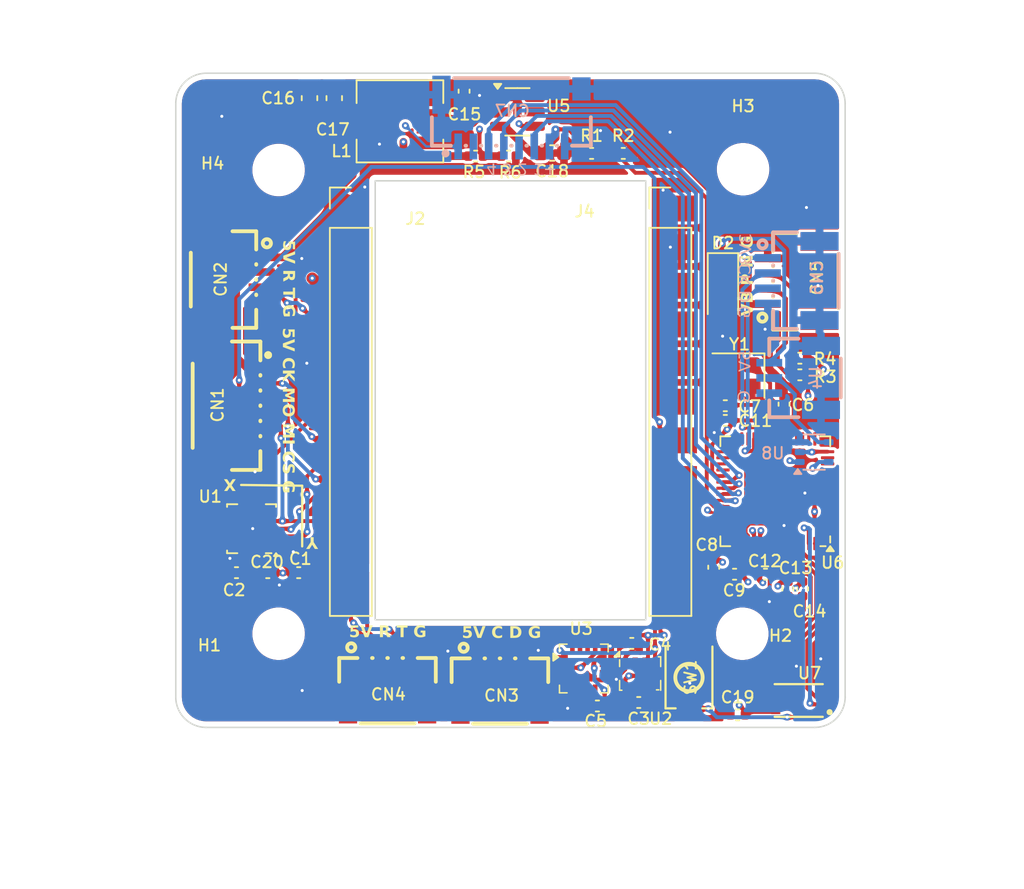
<source format=kicad_pcb>
(kicad_pcb (version 20241229) (generator "pcbnew") (generator_version "9.0")
  (layers (0 "F.Cu" signal) (4 "In1.Cu" signal) (6 "In2.Cu" signal) (2 "B.Cu" signal) (13 "F.Paste" user) (15 "B.Paste" user) (5 "F.SilkS" user "F.Silkscreen") (7 "B.SilkS" user "B.Silkscreen") (1 "F.Mask" user) (3 "B.Mask" user) (25 "Edge.Cuts" user))
  (net 0 "")
  (net 1 "+3V3")
  (net 2 "GND")
  (net 3 "Net-(U1-REGOUT)")
  (net 4 "Net-(U3-C1)")
  (net 5 "Net-(U3-SETP)")
  (net 6 "Net-(U3-SETC)")
  (net 7 "/rp2040/XIN")
  (net 8 "/rp2040/XOUT")
  (net 9 "/MOSI")
  (net 10 "+5V")
  (net 11 "/U4_TX")
  (net 12 "/U2_TX")
  (net 13 "/U4_RX")
  (net 14 "/U2_RX")
  (net 15 "/MISO")
  (net 16 "/SCLK")
  (net 17 "/CSN")
  (net 21 "/U3_RX")
  (net 22 "/U3_TX")
  (net 23 "/SCL")
  (net 24 "/SDA")
  (net 27 "/M2")
  (net 28 "VPP")
  (net 29 "/M3")
  (net 30 "/CURRENT")
  (net 31 "/M4")
  (net 32 "/M1")
  (net 33 "/VBAT_ADC")
  (net 34 "Net-(U6-USB_DP)")
  (net 35 "Net-(U6-USB_DM)")
  (net 47 "/LED")
  (net 48 "/rp2040/QSPI_SS")
  (net 49 "/rp2040/QSPI_SD2")
  (net 50 "/rp2040/QSPI_SD0")
  (net 51 "/rp2040/QSPI_SD1")
  (net 52 "/rp2040/QSPI_SCLK")
  (net 53 "/rp2040/QSPI_SD3")
  (net 54 "/rp2040/RUN")
  (net 55 "/rp2040/SWD")
  (net 65 "/rp2040/SWCLK")
  (net 69 "Net-(U5-SW)")
  (net 70 "Net-(U5-BOOT)")
  (net 71 "/rp2040/USB_DP")
  (net 72 "/rp2040/USB_DN")
  (net 73 "Net-(U5-FB)")
  (net 75 "Net-(D2-A)")
  (net 83 "/rp2040/LED_3V3")
  (net 87 "/CSN2")
  (net 90 "+1V1")
  (footprint "EasyEDA:CONN-SMD_6P-P1.00_XUNPU_WAFER-SH1.0-6PWB" (layer "F.Cu") (at 116.532 61.5188 -90)
    (property "Reference" "CN1")
    (property "Value" "WAFER-SH1.0-6PWB")
  )
  (footprint "EasyEDA:CONN-SMD_4P-P1.00_WAFER-SH1.0-4PWB" (layer "F.Cu") (at 153.2297 53.335 90)
    (property "Reference" "CN5")
    (property "Value" "WAFER-SH1.0-4PWB")
  )
  (footprint "Capacitor_SMD:C_0402_1005Metric" (layer "F.Cu") (at 131.572 40.8432 90)
    (property "Reference" "C15")
    (property "Value" "0.1u")
  )
  (footprint "EasyEDA:CONN-SMD_4P-P1.00_WAFER-SH1.0-4PWB" (layer "F.Cu") (at 126.5428 79.4512)
    (property "Reference" "CN4")
    (property "Value" "WAFER-SH1.0-4PWB")
  )
  (footprint "Capacitor_SMD:C_0402_1005Metric" (layer "F.Cu") (at 148.7424 61.5188 180)
    (property "Reference" "C7")
    (property "Value" "27p")
  )
  (footprint "EasyEDA:CONN-SMD_4P-P1.00_WAFER-SH1.0-4PWB" (layer "F.Cu") (at 133.9328 79.4748)
    (property "Reference" "CN3")
    (property "Value" "WAFER-SH1.0-4PWB")
  )
  (footprint "Crystal:Crystal_SMD_2520-4Pin_2.5x2.0mm" (layer "F.Cu") (at 149.606 59.5376 180)
    (property "Reference" "Y1")
    (property "Value" "12MHz")
  )
  (footprint "Capacitor_SMD:C_0402_1005Metric" (layer "F.Cu") (at 143.0528 81.026)
    (property "Reference" "C3")
    (property "Value" "0.1u")
  )
  (footprint "EasyEDA:CONN-SMD_4P-P1.00_WAFER-SH1.0-4PWB" (layer "F.Cu") (at 116.5588 53.2292 -90)
    (property "Reference" "CN2")
    (property "Value" "WAFER-SH1.0-4PWB")
  )
  (footprint "MountingHole:MountingHole_3.2mm_M3" (layer "F.Cu") (at 149.9108 45.974)
    (property "Reference" "H3")
    (property "Value" "MountingHole")
  )
  (footprint "Capacitor_SMD:C_0603_1608Metric" (layer "F.Cu") (at 123.0376 41.3004 90)
    (property "Reference" "C17")
    (property "Value" "22uF")
  )
  (footprint "Package_LGA:Bosch_LGA-8_2x2.5mm_P0.65mm_ClockwisePinNumbering" (layer "F.Cu") (at 143.1446 79.121)
    (property "Reference" "U2")
    (property "Value" "SPL06-001")
  )
  (footprint "Package_TO_SOT_SMD:SOT-23-6" (layer "F.Cu") (at 135.0772 42.2007)
    (property "Reference" "U5")
    (property "Value" "TPS54302")
  )
  (footprint "Capacitor_SMD:C_0402_1005Metric" (layer "F.Cu") (at 153.8224 73.5584 -90)
    (property "Reference" "C14")
    (property "Value" "100n")
  )
  (footprint "Capacitor_SMD:C_0402_1005Metric" (layer "F.Cu") (at 153.642 58.3946 180)
    (property "Reference" "R4")
    (property "Value" "27")
  )
  (footprint "Capacitor_SMD:C_0402_1005Metric" (layer "F.Cu") (at 151.384 72.5932)
    (property "Reference" "C12")
    (property "Value" "100n")
  )
  (footprint "Capacitor_SMD:C_0402_1005Metric" (layer "F.Cu") (at 140.335 81.2546)
    (property "Reference" "C5")
    (property "Value" "0.22uF")
  )
  (footprint "Diode_SMD:D_SOD-123" (layer "F.Cu") (at 148.59 53.848 -90)
    (property "Reference" "D2")
    (property "Value" "BAV16W")
  )
  (footprint "Capacitor_SMD:C_0402_1005Metric" (layer "F.Cu") (at 134.4956 45.1104)
    (property "Reference" "R6")
    (property "Value" "13.3K")
  )
  (footprint "Connector_PinHeader_2.54mm:PinHeader_1x11_P2.54mm_Vertical" (layer "F.Cu") (at 124.13 48.5548)
    (property "Reference" "J2")
    (property "Value" "Conn_01x11")
  )
  (footprint "Capacitor_SMD:C_0402_1005Metric" (layer "F.Cu") (at 148.7424 62.484 180)
    (property "Reference" "C11")
    (property "Value" "100n")
  )
  (footprint "Capacitor_SMD:C_0402_1005Metric" (layer "F.Cu") (at 153.642 59.4868 180)
    (property "Reference" "R3")
    (property "Value" "27")
  )
  (footprint "MountingHole:MountingHole_3.2mm_M3" (layer "F.Cu") (at 119.38 46.0248)
    (property "Reference" "H4")
    (property "Value" "MountingHole")
  )
  (footprint "EasyEDA:USON-8_L3.0-W2.0-P0.50-BL-EP" (layer "F.Cu") (at 153.5684 80.899 90)
    (property "Reference" "U7")
    (property "Value" "W25Q16JVUXIQ")
  )
  (footprint "Capacitor_SMD:C_0402_1005Metric" (layer "F.Cu") (at 139.954 44.9326)
    (property "Reference" "R1")
    (property "Value" "100K")
  )
  (footprint "MountingHole:MountingHole_3.2mm_M3" (layer "F.Cu") (at 149.86 76.5048)
    (property "Reference" "H2")
    (property "Value" "MountingHole")
  )
  (footprint "Package_DFN_QFN:QFN-56-1EP_7x7mm_P0.4mm_EP3.2x3.2mm" (layer "F.Cu") (at 152.0284 67.1407 180)
    (property "Reference" "U6")
    (property "Value" "RP2040")
  )
  (footprint "EasyEDA:SW-SMD_L3.9-W3.0-P4.45" (layer "F.Cu") (at 146.3548 79.3794 90)
    (property "Reference" "SW1")
    (property "Value" "TS-1088-AR02016")
  )
  (footprint "Package_LGA:LGA-16_3x3mm_P0.5mm_LayoutBorder3x5y" (layer "F.Cu") (at 117.602 69.6018 180)
    (property "Reference" "U1")
    (property "Value" "ICM-20602")
  )
  (footprint "Connector_PinHeader_2.54mm:PinHeader_1x11_P2.54mm_Vertical" (layer "F.Cu") (at 145.13 48.5548)
    (property "Reference" "J4")
    (property "Value" "Conn_01x11")
  )
  (footprint "Capacitor_SMD:C_0402_1005Metric" (layer "F.Cu") (at 132.334 45.1104)
    (property "Reference" "R5")
    (property "Value" "100K")
  )
  (footprint "Capacitor_SMD:C_0402_1005Metric" (layer "F.Cu") (at 149.5552 81.8388)
    (property "Reference" "C19")
    (property "Value" "0.1u")
  )
  (footprint "Capacitor_SMD:C_0402_1005Metric" (layer "F.Cu") (at 152.8572 73.5584 -90)
    (property "Reference" "C13")
    (property "Value" "100n")
  )
  (footprint "Capacitor_SMD:C_0402_1005Metric" (layer "F.Cu") (at 142.0368 44.9326)
    (property "Reference" "R2")
    (property "Value" "10K")
  )
  (footprint "Capacitor_SMD:C_0402_1005Metric" (layer "F.Cu") (at 147.9804 72.136 -90)
    (property "Reference" "C8")
    (property "Value" "100n")
  )
  (footprint "MountingHole:MountingHole_3.2mm_M3" (layer "F.Cu") (at 119.38 76.5048)
    (property "Reference" "H1")
    (property "Value" "MountingHole")
  )
  (footprint "Capacitor_SMD:C_0402_1005Metric" (layer "F.Cu") (at 152.6032 61.4172 -90)
    (property "Reference" "C6")
    (property "Value" "27p")
  )
  (footprint "Capacitor_SMD:C_0402_1005Metric" (layer "F.Cu") (at 142.5956 77.1398)
    (property "Reference" "C4")
    (property "Value" "4.7u")
  )
  (footprint "Capacitor_SMD:C_0402_1005Metric" (layer "F.Cu") (at 120.7008 72.4916 180)
    (property "Reference" "C1")
    (property "Value" "0.1u")
  )
  (footprint "Package_LGA:LGA-16_3x3mm_P0.5mm" (layer "F.Cu") (at 139.4416 78.7908)
    (property "Reference" "U3")
    (property "Value" "HMC5883L-TR")
  )
  (footprint "Capacitor_SMD:C_0402_1005Metric" (layer "F.Cu") (at 118.6688 72.4916)
    (property "Reference" "C20")
    (property "Value" "0.1u")
  )
  (footprint "Capacitor_SMD:C_0603_1608Metric" (layer "F.Cu") (at 121.412 41.3004 90)
    (property "Reference" "C16")
    (property "Value" "22uF")
  )
  (footprint "Capacitor_SMD:C_0402_1005Metric" (layer "F.Cu") (at 149.352 72.5932 180)
    (property "Reference" "C9")
    (property "Value" "100n")
  )
  (footprint "Capacitor_SMD:C_0402_1005Metric" (layer "F.Cu") (at 116.6114 72.4916 180)
    (property "Reference" "C2")
    (property "Value" "0.1u")
  )
  (footprint "Capacitor_SMD:C_0603_1608Metric" (layer "F.Cu") (at 137.3632 44.9072)
    (property "Reference" "C18")
    (property "Value" "22uF")
  )
  (footprint "Inductor_SMD:L_Wuerth_HCI-5040" (layer "F.Cu") (at 127.3556 42.8244 180)
    (property "Reference" "L1")
    (property "Value" "L")
  )
  (footprint "EasyEDA:CONN-SMD_3P-P1.00_BX-SH1.0-3PWT" (layer "B.Cu") (at 153.3317 59.69 -90)
    (property "Reference" "U4")
    (property "Value" "BX-SH1.0-3PWT")
  )
  (footprint "Package_TO_SOT_SMD:SOT-353_SC-70-5" (layer "B.Cu") (at 154.5844 64.5668)
    (property "Reference" "U8")
    (property "Value" "SN74AUP1T34DCK")
  )
  (footprint "EasyEDA:CONN-SMD_4P-P1.00_WAFER-SH1.0-4PWB" (layer "B.Cu") (at 153.24 53.2984 -90)
    (property "Reference" "CN6")
    (property "Value" "WAFER-SH1.0-4PWB")
  )
  (footprint "EasyEDA:CONN-SMD_8P-P1.00_XUNPU_WAFER-SH1.0-8PWB" (layer "B.Cu") (at 134.6854 42.7754)
    (property "Reference" "CN7")
    (property "Value" "WAFER-SH1.0-8PWB")
  )
  (gr_line (start 120.9294 66.7766) (end 120.9294 70.7644) (stroke (width 0.15)) (layer "F.SilkS"))
  (gr_line (start 120.9294 66.7766) (end 116.9162 66.7258) (stroke (width 0.15)) (layer "F.SilkS"))
  (gr_arc (start 156.62 80.6632) (mid 156.034214 82.077414) (end 154.62 82.6632) (stroke (width 0.1)) (layer "Edge.Cuts"))
  (gr_line (start 112.62 80.6632) (end 112.62 41.6632) (stroke (width 0.1)) (layer "Edge.Cuts"))
  (gr_arc (start 112.62 41.6632) (mid 113.205786 40.248986) (end 114.62 39.6632) (stroke (width 0.1)) (layer "Edge.Cuts"))
  (gr_line (start 114.62 39.6632) (end 154.62 39.6632) (stroke (width 0.1)) (layer "Edge.Cuts"))
  (gr_line (start 156.62 41.6632) (end 156.62 80.6632) (stroke (width 0.1)) (layer "Edge.Cuts"))
  (gr_arc (start 114.62 82.6632) (mid 113.205786 82.077414) (end 112.62 80.6632) (stroke (width 0.1)) (layer "Edge.Cuts"))
  (gr_arc (start 154.62 39.6632) (mid 156.034214 40.248986) (end 156.62 41.6632) (stroke (width 0.1)) (layer "Edge.Cuts"))
  (gr_line (start 154.62 82.6632) (end 114.62 82.6632) (stroke (width 0.1)) (layer "Edge.Cuts"))
  (gr_rect (start 125.73 46.736) (end 143.51 75.5904) (stroke (width 0.1)) (fill no) (layer "Edge.Cuts"))
  (gr_text "5V R T G" (at 119.5578 50.6222 270) (layer "F.SilkS") (effects (font (size 0.762 0.762) (thickness 0.127) (bold yes)) (justify left bottom)))
  (gr_text "5V C D G" (at 131.4196 76.9112 0) (layer "F.SilkS") (effects (font (size 0.762 0.762) (thickness 0.127) (bold yes)) (justify left bottom)))
  (gr_text "5V CK MO MI CS G" (at 119.5324 56.388 270) (layer "F.SilkS") (effects (font (size 0.762 0.762) (thickness 0.127) (bold yes)) (justify left bottom)))
  (gr_text "Y" (at 121.9708 70.0278 180) (layer "F.SilkS") (effects (font (size 0.762 0.762) (thickness 0.127) (bold yes)) (justify left bottom)))
  (gr_text "X" (at 116.586 66.2178 180) (layer "F.SilkS") (effects (font (size 0.762 0.762) (thickness 0.127) (bold yes)) (justify left bottom)))
  (gr_text "VB P N G" (at 150.6728 55.626 90) (layer "F.SilkS") (effects (font (size 0.762 0.762) (thickness 0.127) (bold yes)) (justify left bottom)))
  (gr_text "5V R T G" (at 124.0028 76.8604 0) (layer "F.SilkS") (effects (font (size 0.762 0.762) (thickness 0.127) (bold yes)) (justify left bottom)))
  (gr_text "G" (at 150.495 54.9402 90) (layer "B.SilkS") (effects (font (size 0.762 0.762)) (justify left bottom mirror)))
  (gr_text "+" (at 136.779 45.5168 180) (layer "B.SilkS") (effects (font (size 0.762 0.762)) (justify left bottom mirror)))
  (gr_text "-" (at 137.9982 45.5676 180) (layer "B.SilkS") (effects (font (size 0.762 0.762)) (justify left bottom mirror)))
  (gr_text "4 3 2 1" (at 133.0452 45.466 180) (layer "B.SilkS") (effects (font (size 0.762 0.762)) (justify left bottom mirror)))
  (gr_text "CK D" (at 150.5204 52.1462 90) (layer "B.SilkS") (effects (font (size 0.762 0.762)) (justify left bottom mirror)))
  (gr_text "G" (at 150.4696 60.5028 90) (layer "B.SilkS") (effects (font (size 0.762 0.762)) (justify left bottom mirror)))
  (gr_text "3V3" (at 150.5712 50.1904 90) (layer "B.SilkS") (effects (font (size 0.762 0.762)) (justify left bottom mirror)))
  (gr_text "5V" (at 150.5204 57.8866 90) (layer "B.SilkS") (effects (font (size 0.762 0.762)) (justify left bottom mirror)))
  (segment (start 150.0352 81.5822) (end 149.6568 81.2038) (width 0.254) (layer "F.Cu") (net 1))
  (segment (start 149.2224 62.484) (end 149.2224 62.7152) (width 0.254) (layer "F.Cu") (net 1))
  (segment (start 120.2208 72.4916) (end 119.6848 72.4916) (width 0.254) (layer "F.Cu") (net 1))
  (segment (start 149.832 72.5932) (end 149.832 72.6922) (width 0.254) (layer "F.Cu") (net 1))
  (segment (start 119.634 72.4916) (end 119.6594 72.517) (width 0.254) (layer "F.Cu") (net 1))
  (segment (start 138.7094 79.375) (end 138.7094 78.74) (width 0.254) (layer "F.Cu") (net 1))
  (segment (start 142.367 79.2734) (end 142.1696 79.4708) (width 0.254) (layer "F.Cu") (net 1))
  (segment (start 150.0352 81.8388) (end 150.0352 81.5822) (width 0.254) (layer "F.Cu") (net 1))
  (segment (start 124.13 53.6348) (end 122.0878 53.6348) (width 0.762) (layer "F.Cu") (net 1))
  (segment (start 155.0284 69.7407) (end 155.4659 69.7407) (width 0.254) (layer "F.Cu") (net 1))
  (segment (start 151.4284 71.2914) (end 152.8572 72.7202) (width 0.254) (layer "F.Cu") (net 1))
  (segment (start 150.904 72.5932) (end 150.904 72.8498) (width 0.254) (layer "F.Cu") (net 1))
  (segment (start 138.5102 78.5408) (end 138.1666 78.5408) (width 0.254) (layer "F.Cu") (net 1))
  (segment (start 139.2428 78.74) (end 138.7094 78.74) (width 0.254) (layer "F.Cu") (net 1))
  (segment (start 152.8572 73.0784) (end 152.499 73.0784) (width 0.254) (layer "F.Cu") (net 1))
  (segment (start 148.4148 71.656) (end 148.5646 71.8058) (width 0.254) (layer "F.Cu") (net 1))
  (segment (start 143.1798 79.2734) (end 143.4696 79.5632) (width 0.254) (layer "F.Cu") (net 1))
  (segment (start 149.2224 62.7152) (end 148.8694 63.0682) (width 0.254) (layer "F.Cu") (net 1))
  (segment (start 149.8284 70.5782) (end 149.8284 71.5176) (width 0.254) (layer "F.Cu") (net 1))
  (segment (start 151.8284 71.2596) (end 153.6472 73.0784) (width 0.254) (layer "F.Cu") (net 1))
  (segment (start 142.1696 79.4708) (end 142.1696 79.921) (width 0.254) (layer "F.Cu") (net 1))
  (segment (start 122.0878 53.6348) (end 121.5898 53.1368) (width 0.762) (layer "F.Cu") (net 1))
  (segment (start 138.5436 79.5408) (end 138.7094 79.375) (width 0.254) (layer "F.Cu") (net 1))
  (segment (start 148.5909 66.1407) (end 148.1534 66.1407) (width 0.254) (layer "F.Cu") (net 1))
  (segment (start 150.225 81.649) (end 150.0352 81.8388) (width 0.254) (layer "F.Cu") (net 1))
  (segment (start 149.832 72.6922) (end 150.241 73.1012) (width 0.254) (layer "F.Cu") (net 1))
  (segment (start 142.3924 79.2734) (end 142.367 79.2734) (width 0.254) (layer "F.Cu") (net 1))
  (segment (start 153.8224 73.0784) (end 153.7944 73.0784) (width 0.254) (layer "F.Cu") (net 1))
  (segment (start 151.8284 62.9792) (end 151.3332 62.484) (width 0.254) (layer "F.Cu") (net 1))
  (segment (start 151.3332 62.484) (end 149.2224 62.484) (width 0.254) (layer "F.Cu") (net 1))
  (segment (start 147.9804 71.656) (end 148.4148 71.656) (width 0.254) (layer "F.Cu") (net 1))
  (segment (start 118.827 70.6018) (end 118.827 71.0978) (width 0.254) (layer "F.Cu") (net 1))
  (segment (start 151.4284 70.5782) (end 151.4284 71.2914) (width 0.254) (layer "F.Cu") (net 1))
  (segment (start 152.0584 81.649) (end 150.225 81.649) (width 0.254) (layer "F.Cu") (net 1))
  (segment (start 142.3924 79.2734) (end 143.1798 79.2734) (width 0.254) (layer "F.Cu") (net 1))
  (segment (start 151.8284 63.7032) (end 151.8284 62.9792) (width 0.254) (layer "F.Cu") (net 1))
  (segment (start 149.4284 72.1896) (end 149.832 72.5932) (width 0.254) (layer "F.Cu") (net 1))
  (segment (start 138.7094 78.74) (end 138.5102 78.5408) (width 0.254) (layer "F.Cu") (net 1))
  (segment (start 155.4659 66.1407) (end 155.0284 66.1407) (width 0.254) (layer "F.Cu") (net 1))
  (segment (start 142.1696 80.6228) (end 142.5728 81.026) (width 0.254) (layer "F.Cu") (net 1))
  (segment (start 119.6848 72.4916) (end 119.6594 72.517) (width 0.254) (layer "F.Cu") (net 1))
  (segment (start 154.6098 66.5593) (end 154.6098 68.4784) (width 0.254) (layer "F.Cu") (net 1))
  (segment (start 142.1696 79.921) (end 142.1696 80.6228) (width 0.254) (layer "F.Cu") (net 1))
  (segment (start 118.827 71.0978) (end 120.2208 72.4916) (width 0.254) (layer "F.Cu") (net 1))
  (segment (start 152.8572 72.7202) (end 152.8572 73.0784) (width 0.254) (layer "F.Cu") (net 1))
  (segment (start 118.102 70.8268) (end 118.102 71.4448) (width 0.254) (layer "F.Cu") (net 1))
  (segment (start 150.904 72.8498) (end 151.2062 73.152) (width 0.254) (layer "F.Cu") (net 1))
  (segment (start 155.0284 66.1407) (end 154.6098 66.5593) (width 0.254) (layer "F.Cu") (net 1))
  (segment (start 154.6098 68.4784) (end 154.6098 69.3221) (width 0.254) (layer "F.Cu") (net 1))
  (segment (start 140.1916 77.7912) (end 139.2428 78.74) (width 0.254) (layer "F.Cu") (net 1))
  (segment (start 140.1916 77.5158) (end 140.1916 77.7912) (width 0.254) (layer "F.Cu") (net 1))
  (segment (start 147.8788 64.0588) (end 148.8694 63.0682) (width 0.254) (layer "F.Cu") (net 1))
  (segment (start 153.7944 73.0784) (end 153.3652 73.5076) (width 0.254) (layer "F.Cu") (net 1))
  (segment (start 149.8284 71.5176) (end 150.904 72.5932) (width 0.254) (layer "F.Cu") (net 1))
  (segment (start 147.9804 71.656) (end 148.5909 71.0455) (width 0.254) (layer "F.Cu") (net 1))
  (segment (start 148.5909 71.0455) (end 148.5909 69.7407) (width 0.254) (layer "F.Cu") (net 1))
  (segment (start 143.4696 79.5632) (end 143.4696 79.921) (width 0.254) (layer "F.Cu") (net 1))
  (segment (start 119.1488 72.4916) (end 119.634 72.4916) (width 0.254) (layer "F.Cu") (net 1))
  (segment (start 148.1534 66.1407) (end 147.8788 65.8661) (width 0.254) (layer "F.Cu") (net 1))
  (segment (start 154.6098 69.3221) (end 155.0284 69.7407) (width 0.254) (layer "F.Cu") (net 1))
  (segment (start 153.6472 73.0784) (end 153.8224 73.0784) (width 0.254) (layer "F.Cu") (net 1))
  (segment (start 118.102 71.4448) (end 119.1488 72.4916) (width 0.254) (layer "F.Cu") (net 1))
  (segment (start 147.8788 65.8661) (end 147.8788 64.0588) (width 0.254) (layer "F.Cu") (net 1))
  (segment (start 151.8284 70.5782) (end 151.8284 71.2596) (width 0.254) (layer "F.Cu") (net 1))
  (segment (start 152.499 73.0784) (end 152.1968 73.3806) (width 0.254) (layer "F.Cu") (net 1))
  (segment (start 138.1666 79.5408) (end 138.5436 79.5408) (width 0.254) (layer "F.Cu") (net 1))
  (segment (start 149.4284 70.5782) (end 149.4284 72.1896) (width 0.254) (layer "F.Cu") (net 1))
  (via (at 139.2428 78.74) (size 0.45) (drill 0.2) (layers "F.Cu" "B.Cu") (net 1))
  (via (at 148.8694 63.0682) (size 0.45) (drill 0.2) (layers "F.Cu" "B.Cu") (net 1))
  (via (at 150.241 73.1012) (size 0.45) (drill 0.2) (layers "F.Cu" "B.Cu") (net 1))
  (via (at 151.2062 73.152) (size 0.45) (drill 0.2) (layers "F.Cu" "B.Cu") (net 1))
  (via (at 148.5646 71.8058) (size 0.45) (drill 0.2) (layers "F.Cu" "B.Cu") (net 1))
  (via (at 142.3924 79.2734) (size 0.45) (drill 0.2) (layers "F.Cu" "B.Cu") (net 1))
  (via (at 154.6098 68.4784) (size 0.45) (drill 0.2) (layers "F.Cu" "B.Cu") (net 1))
  (via (at 119.6594 72.517) (size 0.45) (drill 0.2) (layers "F.Cu" "B.Cu") (net 1))
  (via (at 121.5898 53.1368) (size 0.45) (drill 0.2) (layers "F.Cu" "B.Cu") (net 1))
  (via (at 153.3652 73.5076) (size 0.45) (drill 0.2) (layers "F.Cu" "B.Cu") (net 1))
  (via (at 150.001742 51.699658) (size 0.45) (drill 0.2) (layers "F.Cu" "B.Cu") (net 1))
  (via (at 152.1968 73.3806) (size 0.45) (drill 0.2) (layers "F.Cu" "B.Cu") (net 1))
  (via (at 149.6568 81.2038) (size 0.45) (drill 0.2) (layers "F.Cu" "B.Cu") (net 1))
  (via (at 152.9842 65.1256) (size 0.45) (drill 0.2) (layers "F.Cu" "B.Cu") (net 1))
  (segment (start 153.6344 65.2168) (end 153.0754 65.2168) (width 0.254) (layer "B.Cu") (net 1))
  (segment (start 151.54 51.7984) (end 150.100484 51.7984) (width 0.254) (layer "B.Cu") (net 1))
  (segment (start 153.0754 65.2168) (end 152.9842 65.1256) (width 0.254) (layer "B.Cu") (net 1))
  (segment (start 150.100484 51.7984) (end 150.001742 51.699658) (width 0.254) (layer "B.Cu") (net 1))
  (segment (start 150.131 60.2376) (end 148.731 58.8376) (width 0.254) (layer "F.Cu") (net 2))
  (segment (start 143.0667 80.3989) (end 145.7627 80.3989) (width 0.254) (layer "F.Cu") (net 2))
  (segment (start 143.0756 77.1398) (end 142.1696 78.0458) (width 0.254) (layer "F.Cu") (net 2))
  (segment (start 151.9174 72.644) (end 151.6591 72.9023) (width 0.254) (layer "F.Cu") (net 2))
  (segment (start 142.1696 78.321) (end 142.1696 78.855702) (width 0.254) (layer "F.Cu") (net 2))
  (segment (start 133.9397 41.2507) (end 132.7161 41.2507) (width 0.254) (layer "F.Cu") (net 2))
  (segment (start 151.864 72.5932) (end 151.8666 72.5932) (width 0.254) (layer "F.Cu") (net 2))
  (segment (start 141.1732 78.415) (end 141.1732 77.3176) (width 0.254) (layer "F.Cu") (net 2))
  (segment (start 150.481 60.2376) (end 150.131 60.2376) (width 0.254) (layer "F.Cu") (net 2))
  (segment (start 148.2624 63.036116) (end 148.016458 63.282058) (width 0.254) (layer "F.Cu") (net 2))
  (segment (start 119.0016 73.3044) (end 119.4308 73.3044) (width 0.254) (layer "F.Cu") (net 2))
  (segment (start 141.5796 79.445702) (end 141.5796 79.502) (width 0.254) (layer "F.Cu") (net 2))
  (segment (start 151.6591 74.3755) (end 151.638 74.3966) (width 0.254) (layer "F.Cu") (net 2))
  (segment (start 142.1696 78.0458) (end 142.1696 78.321) (width 0.254) (layer "F.Cu") (net 2))
  (segment (start 148.2624 62.484) (end 148.2624 63.036116) (width 0.254) (layer "F.Cu") (net 2))
  (segment (start 145.7627 80.3989) (end 146.4056 79.756) (width 0.254) (layer "F.Cu") (net 2))
  (segment (start 141.0474 78.5408) (end 141.1732 78.415) (width 0.254) (layer "F.Cu") (net 2))
  (segment (start 151.6591 72.9023) (end 151.6591 74.3755) (width 0.254) (layer "F.Cu") (net 2))
  (segment (start 142.1696 78.855702) (end 141.5796 79.445702) (width 0.254) (layer "F.Cu") (net 2))
  (segment (start 132.7161 41.2507) (end 132.588 41.1226) (width 0.254) (layer "F.Cu") (net 2))
  (segment (start 142.8196 80.1518) (end 143.0667 80.3989) (width 0.254) (layer "F.Cu") (net 2))
  (segment (start 140.7166 78.5408) (end 141.0474 78.5408) (width 0.254) (layer "F.Cu") (net 2))
  (segment (start 118.1888 72.4916) (end 119.0016 73.3044) (width 0.254) (layer "F.Cu") (net 2))
  (segment (start 151.8666 72.5932) (end 151.9174 72.644) (width 0.254) (layer "F.Cu") (net 2))
  (segment (start 142.8196 79.921) (end 142.8196 80.1518) (width 0.254) (layer "F.Cu") (net 2))
  (via (at 153.416 78.6384) (size 0.45) (drill 0.2) (layers "F.Cu" "B.Cu") (net 2))
  (via (at 145.1102 43.5356) (size 0.45) (drill 0.2) (layers "F.Cu" "B.Cu") (net 2))
  (via (at 153.9748 67.2592) (size 0.45) (drill 0.2) (layers "F.Cu" "B.Cu") (net 2))
  (via (at 125.0442 47.1424) (size 0.45) (drill 0.2) (layers "F.Cu" "B.Cu") (net 2))
  (via (at 144.653 47.3456) (size 0.45) (drill 0.2) (layers "F.Cu" "B.Cu") (net 2))
  (via (at 155.0162 78.1558) (size 0.45) (drill 0.2) (layers "F.Cu" "B.Cu") (net 2))
  (via (at 152.6032 69.3928) (size 0.45) (drill 0.2) (layers "F.Cu" "B.Cu") (net 2))
  (via (at 141.5796 79.502) (size 0.45) (drill 0.2) (layers "F.Cu" "B.Cu") (net 2))
  (via (at 154.8384 53.6194) (size 0.45) (drill 0.2) (layers "F.Cu" "B.Cu") (net 2))
  (via (at 120.904 51.8414) (size 0.45) (drill 0.2) (layers "F.Cu" "B.Cu") (net 2))
  (via (at 130.5052 77.6478) (size 0.45) (drill 0.2) (layers "F.Cu" "B.Cu") (net 2))
  (via (at 120.9294 80.2386) (size 0.45) (drill 0.2) (layers "F.Cu" "B.Cu") (net 2))
  (via (at 145.13 51.0948) (size 0.45) (drill 0.2) (layers "F.Cu" "B.Cu") (net 2))
  (via (at 151.638 74.3966) (size 0.45) (drill 0.2) (layers "F.Cu" "B.Cu") (net 2))
  (via (at 140.5382 43.434) (size 0.45) (drill 0.2) (layers "F.Cu" "B.Cu") (net 2))
  (via (at 121.2342 58.7248) (size 0.45) (drill 0.2) (layers "F.Cu" "B.Cu") (net 2))
  (via (at 116.1796 71.5518) (size 0.45) (drill 0.2) (layers "F.Cu" "B.Cu") (net 2))
  (via (at 117.6782 69.596) (size 0.45) (drill 0.2) (layers "F.Cu" "B.Cu") (net 2))
  (via (at 115.6462 42.4942) (size 0.45) (drill 0.2) (layers "F.Cu" "B.Cu") (net 2))
  (via (at 132.588 41.1226) (size 0.45) (drill 0.2) (layers "F.Cu" "B.Cu") (net 2))
  (via (at 138.3792 81.407) (size 0.45) (drill 0.2) (layers "F.Cu" "B.Cu") (net 2))
  (via (at 119.4308 73.3044) (size 0.45) (drill 0.2) (layers "F.Cu" "B.Cu") (net 2))
  (via (at 146.4056 79.756) (size 0.45) (drill 0.2) (layers "F.Cu" "B.Cu") (net 2))
  (via (at 126.0094 44.323) (size 0.45) (drill 0.2) (layers "F.Cu" "B.Cu") (net 2))
  (via (at 120.3452 71.12) (size 0.45) (drill 0.2) (layers "F.Cu" "B.Cu") (net 2))
  (via (at 117.8306 65.8622) (size 0.45) (drill 0.2) (layers "F.Cu" "B.Cu") (net 2))
  (via (at 148.016458 63.282058) (size 0.45) (drill 0.2) (layers "F.Cu" "B.Cu") (net 2))
  (via (at 136.4488 77.597) (size 0.45) (drill 0.2) (layers "F.Cu" "B.Cu") (net 2))
  (via (at 154.0764 48.4886) (size 0.45) (drill 0.2) (layers "F.Cu" "B.Cu") (net 2))
  (via (at 148.5646 56.9468) (size 0.45) (drill 0.2) (layers "F.Cu" "B.Cu") (net 2))
  (via (at 151.3586 56.4896) (size 0.45) (drill 0.2) (layers "F.Cu" "B.Cu") (net 2))
  (via (at 141.1732 77.3176) (size 0.45) (drill 0.2) (layers "F.Cu" "B.Cu") (net 2))
  (segment (start 139.4968 44.4754) (end 140.5382 43.434) (width 0.254) (layer "B.Cu") (net 2))
  (segment (start 138.1854 44.4754) (end 139.4968 44.4754) (width 0.254) (layer "B.Cu") (net 2))
  (segment (start 117.102 70.8268) (end 117.102 72.481) (width 0.254) (layer "F.Cu") (net 3))
  (segment (start 117.102 72.481) (end 117.0914 72.4916) (width 0.254) (layer "F.Cu") (net 3))
  (segment (start 141.7574 78.4606) (end 141.7574 77.498) (width 0.254) (layer "F.Cu") (net 4))
  (segment (start 140.7166 79.0408) (end 141.1772 79.0408) (width 0.254) (layer "F.Cu") (net 4))
  (segment (start 141.1772 79.0408) (end 141.7574 78.4606) (width 0.254) (layer "F.Cu") (net 4))
  (segment (start 141.7574 77.498) (end 142.1156 77.1398) (width 0.254) (layer "F.Cu") (net 4))
  (segment (start 140.1916 80.0658) (end 140.1916 80.918) (width 0.254) (layer "F.Cu") (net 5))
  (segment (start 140.1916 80.918) (end 139.855 81.2546) (width 0.254) (layer "F.Cu") (net 5))
  (segment (start 140.1318 78.359) (end 140.45 78.0408) (width 0.254) (layer "F.Cu") (net 6))
  (segment (start 140.815 80.236) (end 140.7922 80.2132) (width 0.254) (layer "F.Cu") (net 6))
  (segment (start 140.45 78.0408) (end 140.7166 78.0408) (width 0.254) (layer "F.Cu") (net 6))
  (segment (start 140.815 81.2546) (end 140.815 80.236) (width 0.254) (layer "F.Cu") (net 6))
  (segment (start 140.1318 78.7654) (end 140.1318 78.359) (width 0.254) (layer "F.Cu") (net 6))
  (via (at 140.7922 80.2132) (size 0.45) (drill 0.2) (layers "F.Cu" "B.Cu") (net 6))
  (via (at 140.1318 78.7654) (size 0.45) (drill 0.2) (layers "F.Cu" "B.Cu") (net 6))
  (segment (start 140.1318 79.5528) (end 140.7922 80.2132) (width 0.254) (layer "B.Cu") (net 6))
  (segment (start 140.1318 78.7654) (end 140.1318 79.5528) (width 0.254) (layer "B.Cu") (net 6))
  (segment (start 152.6032 61.8972) (end 151.6888 60.9828) (width 0.254) (layer "F.Cu") (net 7))
  (segment (start 152.6284 63.7032) (end 152.6284 61.9224) (width 0.254) (layer "F.Cu") (net 7))
  (segment (start 151.6888 60.9828) (end 151.6888 60.0454) (width 0.254) (layer "F.Cu") (net 7))
  (segment (start 151.6888 60.0454) (end 150.481 58.8376) (width 0.254) (layer "F.Cu") (net 7))
  (segment (start 152.6284 61.9224) (end 152.6032 61.8972) (width 0.254) (layer "F.Cu") (net 7))
  (segment (start 148.731 60.7734) (end 149.4256 61.468) (width 0.254) (layer "F.Cu") (net 8))
  (segment (start 148.731 60.2376) (end 148.731 60.7734) (width 0.254) (layer "F.Cu") (net 8))
  (segment (start 151.13 61.468) (end 152.2284 62.5664) (width 0.254) (layer "F.Cu") (net 8))
  (segment (start 149.4256 61.468) (end 151.13 61.468) (width 0.254) (layer "F.Cu") (net 8))
  (segment (start 152.2284 62.5664) (end 152.2284 63.7032) (width 0.254) (layer "F.Cu") (net 8))
  (segment (start 122.8952 66.3348) (end 124.13 66.3348) (width 0.254) (layer "F.Cu") (net 9))
  (segment (start 121.8184 66.3448) (end 124.12 66.3448) (width 0.254) (layer "F.Cu") (net 9))
  (segment (start 120.1478 69.6018) (end 120.1928 69.6468) (width 0.254) (layer "F.Cu") (net 9))
  (segment (start 118.232 61.0188) (end 119.2356 61.0188) (width 0.254) (layer "F.Cu") (net 9))
  (segment (start 120.7516 68.4784) (end 122.8952 66.3348) (width 0.254) (layer "F.Cu") (net 9))
  (segment (start 118.827 69.6018) (end 120.1478 69.6018) (width 0.254) (layer "F.Cu") (net 9))
  (segment (start 124.12 66.3448) (end 124.13 66.3348) (width 0.254) (layer "F.Cu") (net 9))
  (segment (start 119.2356 61.0188) (end 119.9896 61.7728) (width 0.254) (layer "F.Cu") (net 9))
  (segment (start 119.9896 61.7728) (end 119.9896 62.8904) (width 0.254) (layer "F.Cu") (net 9))
  (via (at 120.1928 69.6468) (size 0.45) (drill 0.2) (layers "F.Cu" "B.Cu") (net 9))
  (via (at 121.8184 66.3448) (size 0.45) (drill 0.2) (layers "F.Cu" "B.Cu") (net 9))
  (via (at 120.7516 68.4784) (size 0.45) (drill 0.2) (layers "F.Cu" "B.Cu") (net 9))
  (via (at 119.9896 62.8904) (size 0.45) (drill 0.2) (layers "F.Cu" "B.Cu") (net 9))
  (segment (start 119.9896 62.8904) (end 119.9896 64.516) (width 0.254) (layer "B.Cu") (net 9))
  (segment (start 120.1928 69.6468) (end 120.7516 69.088) (width 0.254) (layer "B.Cu") (net 9))
  (segment (start 120.7516 68.7324) (end 120.7516 68.4784) (width 0.254) (layer "B.Cu") (net 9))
  (segment (start 119.9896 64.516) (end 121.8184 66.3448) (width 0.254) (layer "B.Cu") (net 9))
  (segment (start 120.7516 69.088) (end 120.7516 68.7324) (width 0.254) (layer "B.Cu") (net 9))
  (segment (start 124.4811 76.3735) (end 125.0428 76.9352) (width 0.508) (layer "F.Cu") (net 10))
  (segment (start 121.412 42.0246) (end 122.9868 42.0246) (width 0.762) (layer "F.Cu") (net 10))
  (segment (start 116.84 64.567) (end 116.84 66.7004) (width 0.508) (layer "F.Cu") (net 10))
  (segment (start 125.7808 79.4004) (end 132.0292 79.4004) (width 0.508) (layer "F.Cu") (net 10))
  (segment (start 115.1663 68.3741) (end 115.1663 72.870476) (width 0.508) (layer "F.Cu") (net 10))
  (segment (start 122.9868 42.0246) (end 123.0376 42.0754) (width 0.762) (layer "F.Cu") (net 10))
  (segment (start 124.13 46.304) (end 123.2916 47.1424) (width 0.762) (layer "F.Cu") (net 10))
  (segment (start 127.5842 45.0596) (end 127.5842 44.1706) (width 0.508) (layer "F.Cu") (net 10))
  (segment (start 130.048 45.1104) (end 127.635 45.1104) (width 0.508) (layer "F.Cu") (net 10))
  (segment (start 125.3056 42.8244) (end 123.7866 42.8244) (width 0.762) (layer "F.Cu") (net 10))
  (segment (start 117.2864 59.0188) (end 118.232 59.0188) (width 0.508) (layer "F.Cu") (net 10))
  (segment (start 114.9582 60.853297) (end 114.9582 62.6852) (width 0.508) (layer "F.Cu") (net 10))
  (segment (start 125.0428 76.9352) (end 125.0428 77.7512) (width 0.508) (layer "F.Cu") (net 10))
  (segment (start 118.1796 51.7652) (end 117.5004 51.7652) (width 0.508) (layer "F.Cu") (net 10))
  (segment (start 116.586 57.7596) (end 116.586 58.3184) (width 0.508) (layer "F.Cu") (net 10))
  (segment (start 116.586 57.7596) (end 116.586 59.225497) (width 0.508) (layer "F.Cu") (net 10))
  (segment (start 120.396 73.914) (end 122.8555 76.3735) (width 0.508) (layer "F.Cu") (net 10))
  (segment (start 124.13 44) (end 124.13 45.1104) (width 0.762) (layer "F.Cu") (net 10))
  (segment (start 132.0292 79.4004) (end 132.4328 78.9968) (width 0.508) (layer "F.Cu") (net 10))
  (segment (start 123.2916 47.1424) (end 123.2916 47.7164) (width 0.762) (layer "F.Cu") (net 10))
  (segment (start 148.5138 52.1218) (end 148.59 52.198) (width 0.508) (layer "F.Cu") (net 10))
  (segment (start 148.5138 50.8508) (end 148.5138 52.1218) (width 0.508) (layer "F.Cu") (net 10))
  (segment (start 122.8444 48.5548) (end 119.634 51.7652) (width 0.508) (layer "F.Cu") (net 10))
  (segment (start 131.854 45.1104) (end 130.048 45.1104) (width 0.508) (layer "F.Cu") (net 10))
  (segment (start 124.13 45.1104) (end 124.13 46.304) (width 0.762) (layer "F.Cu") (net 10))
  (segment (start 116.84 66.7004) (end 115.1663 68.3741) (width 0.508) (layer "F.Cu") (net 10))
  (segment (start 116.586 58.3184) (end 117.2864 59.0188) (width 0.508) (layer "F.Cu") (net 10))
  (segment (start 116.209824 73.914) (end 120.396 73.914) (width 0.508) (layer "F.Cu") (net 10))
  (segment (start 114.9582 62.6852) (end 116.84 64.567) (width 0.508) (layer "F.Cu") (net 10))
  (segment (start 115.1663 72.870476) (end 116.209824 73.914) (width 0.508) (layer "F.Cu") (net 10))
  (segment (start 132.4328 78.9968) (end 132.4328 77.7748) (width 0.508) (layer "F.Cu") (net 10))
  (segment (start 117.5004 51.7652) (end 116.586 52.6796) (width 0.508) (layer "F.Cu") (net 10))
  (segment (start 124.13 48.5548) (end 122.8444 48.5548) (width 0.508) (layer "F.Cu") (net 10))
  (segment (start 130.048 45.1104) (end 124.13 45.1104) (width 0.508) (layer "F.Cu") (net 10))
  (segment (start 119.634 51.7652) (end 118.1796 51.7652) (width 0.508) (layer "F.Cu") (net 10))
  (segment (start 125.3056 42.8244) (end 124.13 44) (width 0.762) (layer "F.Cu") (net 10))
  (segment (start 116.586 52.6796) (end 116.586 57.7596) (width 0.508) (layer "F.Cu") (net 10))
  (segment (start 125.0428 78.6624) (end 125.7808 79.4004) (width 0.508) (layer "F.Cu") (net 10))
  (segment (start 122.8555 76.3735) (end 124.4811 76.3735) (width 0.508) (layer "F.Cu") (net 10))
  (segment (start 127.635 45.1104) (end 127.5842 45.0596) (width 0.508) (layer "F.Cu") (net 10))
  (segment (start 116.586 59.225497) (end 114.9582 60.853297) (width 0.508) (layer "F.Cu") (net 10))
  (segment (start 125.0428 77.7512) (end 125.0428 78.6624) (width 0.508) (layer "F.Cu") (net 10))
  (segment (start 123.7866 42.8244) (end 123.0376 42.0754) (width 0.762) (layer "F.Cu") (net 10))
  (via (at 148.5138 50.8508) (size 0.45) (drill 0.2) (layers "F.Cu" "B.Cu") (net 10))
  (via (at 154.4828 65.6336) (size 0.45) (drill 0.2) (layers "F.Cu" "B.Cu") (net 10))
  (via (at 127.5842 44.1706) (size 0.45) (drill 0.2) (layers "F.Cu" "B.Cu") (net 10))
  (segment (start 154.8996 65.2168) (end 154.4828 65.6336) (width 0.254) (layer "B.Cu") (net 10))
  (segment (start 151.6317 58.69) (end 152.6179 57.7038) (width 0.254) (layer "B.Cu") (net 10))
  (segment (start 152.6179 51.3205) (end 151.8434 50.546) (width 0.254) (layer "B.Cu") (net 10))
  (segment (start 152.6179 57.7038) (end 152.6179 51.3205) (width 0.254) (layer "B.Cu") (net 10))
  (segment (start 155.5344 65.2168) (end 154.8996 65.2168) (width 0.254) (layer "B.Cu") (net 10))
  (segment (start 148.8186 50.546) (end 148.5138 50.8508) (width 0.254) (layer "B.Cu") (net 10))
  (segment (start 151.8434 50.546) (end 148.8186 50.546) (width 0.254) (layer "B.Cu") (net 10))
  (segment (start 124.13 73.9548) (end 124.13 75.616) (width 0.254) (layer "F.Cu") (net 11))
  (segment (start 127.0428 77.7512) (end 127.0428 76.6138) (width 0.254) (layer "F.Cu") (net 11))
  (segment (start 127.0428 76.6138) (end 126.6444 76.2154) (width 0.254) (layer "F.Cu") (net 11))
  (segment (start 124.13 75.616) (end 124.3076 75.7936) (width 0.254) (layer "F.Cu") (net 11))
  (via (at 126.6444 76.2154) (size 0.45) (drill 0.2) (layers "F.Cu" "B.Cu") (net 11))
  (via (at 124.3076 75.7936) (size 0.45) (drill 0.2) (layers "F.Cu" "B.Cu") (net 11))
  (segment (start 126.6444 76.2) (end 126.6444 76.2154) (width 0.254) (layer "B.Cu") (net 11))
  (segment (start 124.3076 75.7936) (end 124.714 76.2) (width 0.254) (layer "B.Cu") (net 11))
  (segment (start 124.714 76.2) (end 126.6444 76.2) (width 0.254) (layer "B.Cu") (net 11))
  (segment (start 118.1796 53.7652) (end 118.9416 53.7652) (width 0.254) (layer "F.Cu") (net 12))
  (segment (start 118.9416 53.7652) (end 119.9388 54.7624) (width 0.254) (layer "F.Cu") (net 12))
  (segment (start 124.13 56.1748) (end 122.0116 56.1748) (width 0.254) (layer "F.Cu") (net 12))
  (segment (start 122.0116 56.1748) (end 120.9548 55.118) (width 0.254) (layer "F.Cu") (net 12))
  (via (at 119.9388 54.7624) (size 0.45) (drill 0.2) (layers "F.Cu" "B.Cu") (net 12))
  (via (at 120.9548 55.118) (size 0.45) (drill 0.2) (layers "F.Cu" "B.Cu") (net 12))
  (segment (start 120.5992 54.7624) (end 120.9548 55.118) (width 0.254) (layer "B.Cu") (net 12))
  (segment (start 119.9388 54.7624) (end 120.5992 54.7624) (width 0.254) (layer "B.Cu") (net 12))
  (segment (start 124.13 71.4148) (end 125.202 72.4868) (width 0.254) (layer "F.Cu") (net 13))
  (segment (start 125.202 72.4868) (end 125.202 76.3104) (width 0.254) (layer "F.Cu") (net 13))
  (segment (start 125.202 76.3104) (end 126.0428 77.1512) (width 0.254) (layer "F.Cu") (net 13))
  (segment (start 126.0428 77.1512) (end 126.0428 77.7512) (width 0.254) (layer "F.Cu") (net 13))
  (segment (start 120.4976 53.8988) (end 119.364 52.7652) (width 0.254) (layer "F.Cu") (net 14))
  (segment (start 119.364 52.7652) (end 118.1796 52.7652) (width 0.254) (layer "F.Cu") (net 14))
  (segment (start 124.13 58.7148) (end 123.3324 58.7148) (width 0.254) (layer "F.Cu") (net 14))
  (segment (start 120.4976 55.88) (end 120.4976 53.8988) (width 0.254) (layer "F.Cu") (net 14))
  (segment (start 123.3324 58.7148) (end 120.4976 55.88) (width 0.254) (layer "F.Cu") (net 14))
  (segment (start 119.634 69.1018) (end 123.903 69.1018) (width 0.254) (layer "F.Cu") (net 15))
  (segment (start 119.5324 62.8396) (end 119.5324 63.6524) (width 0.254) (layer "F.Cu") (net 15))
  (segment (start 118.232 62.0188) (end 118.7116 62.0188) (width 0.254) (layer "F.Cu") (net 15))
  (segment (start 118.7116 62.0188) (end 119.5324 62.8396) (width 0.254) (layer "F.Cu") (net 15))
  (segment (start 123.903 69.1018) (end 124.13 68.8748) (width 0.254) (layer "F.Cu") (net 15))
  (segment (start 118.827 69.1018) (end 119.634 69.1018) (width 0.254) (layer "F.Cu") (net 15))
  (via (at 119.5324 63.6524) (size 0.45) (drill 0.2) (layers "F.Cu" "B.Cu") (net 15))
  (via (at 119.634 69.1018) (size 0.45) (drill 0.2) (layers "F.Cu" "B.Cu") (net 15))
  (segment (start 119.634 63.754) (end 119.634 69.1018) (width 0.254) (layer "B.Cu") (net 15))
  (segment (start 119.5324 63.6524) (end 119.634 63.754) (width 0.254) (layer "B.Cu") (net 15))
  (segment (start 118.827 70.1018) (end 120.957 70.1018) (width 0.254) (layer "F.Cu") (net 16))
  (segment (start 123.6142 63.7948) (end 124.13 63.7948) (width 0.254) (layer "F.Cu") (net 16))
  (segment (start 121.244858 66.164142) (end 123.6142 63.7948) (width 0.254) (layer "F.Cu") (net 16))
  (segment (start 120.957 70.1018) (end 121.2596 69.7992) (width 0.254) (layer "F.Cu") (net 16))
  (segment (start 119.634 60.0456) (end 118.2588 60.0456) (width 0.254) (layer "F.Cu") (net 16))
  (segment (start 121.244858 67.346058) (end 121.244858 66.164142) (width 0.254) (layer "F.Cu") (net 16))
  (segment (start 118.2588 60.0456) (end 118.232 60.0188) (width 0.254) (layer "F.Cu") (net 16))
  (segment (start 124.13 63.7948) (end 121.8084 63.7948) (width 0.254) (layer "F.Cu") (net 16))
  (segment (start 121.8084 63.7948) (end 121.5644 63.5508) (width 0.254) (layer "F.Cu") (net 16))
  (via (at 119.634 60.0456) (size 0.45) (drill 0.2) (layers "F.Cu" "B.Cu") (net 16))
  (via (at 121.244858 67.346058) (size 0.45) (drill 0.2) (layers "F.Cu" "B.Cu") (net 16))
  (via (at 121.5644 63.5508) (size 0.45) (drill 0.2) (layers "F.Cu" "B.Cu") (net 16))
  (via (at 121.2596 69.7992) (size 0.45) (drill 0.2) (layers "F.Cu" "B.Cu") (net 16))
  (segment (start 120.2944 60.5028) (end 119.8372 60.0456) (width 0.254) (layer "B.Cu") (net 16))
  (segment (start 121.2596 67.3608) (end 121.244858 67.346058) (width 0.254) (layer "B.Cu") (net 16))
  (segment (start 121.5644 63.5508) (end 120.2944 62.2808) (width 0.254) (layer "B.Cu") (net 16))
  (segment (start 120.2944 62.2808) (end 120.2944 60.5028) (width 0.254) (layer "B.Cu") (net 16))
  (segment (start 121.2596 69.7992) (end 121.2596 67.3608) (width 0.254) (layer "B.Cu") (net 16))
  (segment (start 119.8372 60.0456) (end 119.634 60.0456) (width 0.254) (layer "B.Cu") (net 16))
  (segment (start 118.827 68.6018) (end 118.827 65.069) (width 0.254) (layer "F.Cu") (net 17))
  (segment (start 122.6412 61.2548) (end 124.13 61.2548) (width 0.254) (layer "F.Cu") (net 17))
  (segment (start 118.827 65.069) (end 122.6412 61.2548) (width 0.254) (layer "F.Cu") (net 17))
  (segment (start 145.9076 71.4148) (end 147.4724 69.85) (width 0.254) (layer "F.Cu") (net 21))
  (segment (start 147.4724 69.85) (end 147.4724 69.4944) (width 0.254) (layer "F.Cu") (net 21))
  (segment (start 147.4724 69.4944) (end 148.0261 68.9407) (width 0.254) (layer "F.Cu") (net 21))
  (segment (start 145.13 71.4148) (end 145.9076 71.4148) (width 0.254) (layer "F.Cu") (net 21))
  (segment (start 148.0261 68.9407) (end 148.5909 68.9407) (width 0.254) (layer "F.Cu") (net 21))
  (segment (start 147.3708 70.7136) (end 147.3708 72.4798) (width 0.254) (layer "F.Cu") (net 22))
  (segment (start 147.8273 70.2571) (end 147.3708 70.7136) (width 0.254) (layer "F.Cu") (net 22))
  (segment (start 147.8273 69.6475) (end 147.8273 70.2571) (width 0.254) (layer "F.Cu") (net 22))
  (segment (start 145.8958 73.9548) (end 145.13 73.9548) (width 0.254) (layer "F.Cu") (net 22))
  (segment (start 147.3708 72.4798) (end 145.8958 73.9548) (width 0.254) (layer "F.Cu") (net 22))
  (segment (start 148.1341 69.3407) (end 147.8273 69.6475) (width 0.254) (layer "F.Cu") (net 22))
  (segment (start 148.5909 69.3407) (end 148.1341 69.3407) (width 0.254) (layer "F.Cu") (net 22))
  (segment (start 134.3314 79.2734) (end 135.763 79.2734) (width 0.254) (layer "F.Cu") (net 23))
  (segment (start 133.4328 78.3748) (end 134.3314 79.2734) (width 0.254) (layer "F.Cu") (net 23))
  (segment (start 144.1196 77.4954) (end 144.1196 78.0288) (width 0.254) (layer "F.Cu") (net 23))
  (segment (start 138.1666 77.8924) (end 137.8712 77.597) (width 0.254) (layer "F.Cu") (net 23))
  (segment (start 133.4328 77.7748) (end 133.4328 78.3748) (width 0.254) (layer "F.Cu") (net 23))
  (segment (start 145.13 66.3348) (end 144.1196 67.3452) (width 0.254) (layer "F.Cu") (net 23))
  (segment (start 136.9956 78.0408) (end 138.1666 78.0408) (width 0.254) (layer "F.Cu") (net 23))
  (segment (start 138.1666 78.0408) (end 138.1666 77.8924) (width 0.254) (layer "F.Cu") (net 23))
  (segment (start 144.1196 67.3452) (end 144.1196 77.4954) (width 0.254) (layer "F.Cu") (net 23))
  (segment (start 135.763 79.2734) (end 136.9956 78.0408) (width 0.254) (layer "F.Cu") (net 23))
  (via (at 137.8712 77.597) (size 0.45) (drill 0.2) (layers "F.Cu" "B.Cu") (net 23))
  (via (at 144.1196 77.4954) (size 0.45) (drill 0.2) (layers "F.Cu" "B.Cu") (net 23))
  (segment (start 137.8712 77.597) (end 138.0447 77.7705) (width 0.254) (layer "B.Cu") (net 23))
  (segment (start 143.8445 77.7705) (end 144.1196 77.4954) (width 0.254) (layer "B.Cu") (net 23))
  (segment (start 138.0447 77.7705) (end 143.8445 77.7705) (width 0.254) (layer "B.Cu") (net 23))
  (segment (start 134.4328 77.1748) (end 134.4328 77.7748) (width 0.254) (layer "F.Cu") (net 24))
  (segment (start 144.4752 69.5296) (end 144.4752 76.3524) (width 0.254) (layer "F.Cu") (net 24))
  (segment (start 138.6916 77.056) (end 138.6916 77.5158) (width 0.254) (layer "F.Cu") (net 24))
  (segment (start 143.6579 76.6019) (end 139.1457 76.6019) (width 0.254) (layer "F.Cu") (net 24))
  (segment (start 144.4752 76.3524) (end 144.7292 76.6064) (width 0.254) (layer "F.Cu") (net 24))
  (segment (start 143.4696 78.321) (end 143.6624 78.1282) (width 0.254) (layer "F.Cu") (net 24))
  (segment (start 139.1457 76.6019) (end 135.0057 76.6019) (width 0.254) (layer "F.Cu") (net 24))
  (segment (start 143.6624 78.1282) (end 143.6624 76.6064) (width 0.254) (layer "F.Cu") (net 24))
  (segment (start 143.6624 76.6064) (end 143.6579 76.6019) (width 0.254) (layer "F.Cu") (net 24))
  (segment (start 139.1457 76.6019) (end 138.6916 77.056) (width 0.254) (layer "F.Cu") (net 24))
  (segment (start 145.13 68.8748) (end 144.4752 69.5296) (width 0.254) (layer "F.Cu") (net 24))
  (segment (start 135.0057 76.6019) (end 134.4328 77.1748) (width 0.254) (layer "F.Cu") (net 24))
  (via (at 144.7292 76.6064) (size 0.45) (drill 0.2) (layers "F.Cu" "B.Cu") (net 24))
  (via (at 143.6624 76.6064) (size 0.45) (drill 0.2) (layers "F.Cu" "B.Cu") (net 24))
  (segment (start 143.6624 76.6064) (end 144.7292 76.6064) (width 0.254) (layer "B.Cu") (net 24))
  (segment (start 149.549486 67.3143) (end 149.60712 67.256666) (width 0.254) (layer "F.Cu") (net 27))
  (segment (start 148.6173 67.3143) (end 149.549486 67.3143) (width 0.254) (layer "F.Cu") (net 27))
  (segment (start 148.5909 67.3407) (end 148.6173 67.3143) (width 0.254) (layer "F.Cu") (net 27))
  (via (at 149.60712 67.256666) (size 0.45) (drill 0.2) (layers "F.Cu" "B.Cu") (net 27))
  (segment (start 136.3486 42.4674) (end 135.1906 43.6254) (width 0.254) (layer "B.Cu") (net 27))
  (segment (start 146.360896 64.471296) (end 146.360896 47.593504) (width 0.254) (layer "B.Cu") (net 27))
  (segment (start 149.1996 67.31) (end 146.360896 64.471296) (width 0.254) (layer "B.Cu") (net 27))
  (segment (start 146.360896 47.593504) (end 141.234792 42.4674) (width 0.254) (layer "B.Cu") (net 27))
  (segment (start 135.1906 43.6254) (end 135.1906 44.5068) (width 0.254) (layer "B.Cu") (net 27))
  (segment (start 149.60712 67.256666) (end 149.553786 67.31) (width 0.254) (layer "B.Cu") (net 27))
  (segment (start 149.553786 67.31) (end 149.1996 67.31) (width 0.254) (layer "B.Cu") (net 27))
  (segment (start 141.234792 42.4674) (end 136.3486 42.4674) (width 0.254) (layer "B.Cu") (net 27))
  (segment (start 137.5857 43.9097) (end 136.5882 44.9072) (width 0.508) (layer "F.Cu") (net 28))
  (segment (start 137.5857 43.3517) (end 137.5857 43.9097) (width 0.508) (layer "F.Cu") (net 28))
  (segment (start 139.474 44.4018) (end 138.4239 43.3517) (width 0.254) (layer "F.Cu") (net 28))
  (segment (start 138.4239 43.3517) (end 137.5857 43.3517) (width 0.254) (layer "F.Cu") (net 28))
  (segment (start 134.2351 43.1507) (end 133.9397 43.1507) (width 0.508) (layer "F.Cu") (net 28))
  (segment (start 135.9916 44.9072) (end 134.2351 43.1507) (width 0.508) (layer "F.Cu") (net 28))
  (segment (start 139.474 44.9326) (end 139.474 44.4018) (width 0.254) (layer "F.Cu") (net 28))
  (segment (start 136.5882 44.9072) (end 135.9916 44.9072) (width 0.508) (layer "F.Cu") (net 28))
  (via (at 137.5857 43.3517) (size 0.45) (drill 0.2) (layers "F.Cu" "B.Cu") (net 28))
  (segment (start 137.5664 43.6812) (end 137.1906 44.057) (width 0.508) (layer "B.Cu") (net 28))
  (segment (start 137.1906 44.057) (end 137.1906 44.5068) (width 0.508) (layer "B.Cu") (net 28))
  (segment (start 137.5664 43.371) (end 137.5664 43.6812) (width 0.508) (layer "B.Cu") (net 28))
  (segment (start 137.5857 43.3517) (end 137.5664 43.371) (width 0.508) (layer "B.Cu") (net 28))
  (segment (start 149.575102 66.6496) (end 149.6568 66.6496) (width 0.254) (layer "F.Cu") (net 29))
  (segment (start 149.284002 66.9407) (end 149.575102 66.6496) (width 0.254) (layer "F.Cu") (net 29))
  (segment (start 148.5909 66.9407) (end 149.284002 66.9407) (width 0.254) (layer "F.Cu") (net 29))
  (via (at 149.6568 66.6496) (size 0.45) (drill 0.2) (layers "F.Cu" "B.Cu") (net 29))
  (segment (start 149.4028 66.6496) (end 146.8127 64.0595) (width 0.254) (layer "B.Cu") (net 29))
  (segment (start 134.1906 43.203) (end 134.1906 44.5068) (width 0.254) (layer "B.Cu") (net 29))
  (segment (start 149.6568 66.6496) (end 149.4028 66.6496) (width 0.254) (layer "B.Cu") (net 29))
  (segment (start 135.2811 42.1125) (end 134.1906 43.203) (width 0.254) (layer "B.Cu") (net 29))
  (segment (start 146.8127 47.543404) (end 141.381796 42.1125) (width 0.254) (layer "B.Cu") (net 29))
  (segment (start 141.381796 42.1125) (end 135.2811 42.1125) (width 0.254) (layer "B.Cu") (net 29))
  (segment (start 146.8127 64.0595) (end 146.8127 47.543404) (width 0.254) (layer "B.Cu") (net 29))
  (segment (start 148.5909 68.5407) (end 147.7379 68.5407) (width 0.1524) (layer "F.Cu") (net 30))
  (segment (start 147.7379 68.5407) (end 147.574 68.3768) (width 0.1524) (layer "F.Cu") (net 30))
  (via (at 147.574 68.3768) (size 0.45) (drill 0.2) (layers "F.Cu" "B.Cu") (net 30))
  (via (at 127.7112 43.1038) (size 0.45) (drill 0.2) (layers "F.Cu" "B.Cu") (net 30))
  (segment (start 129.0828 44.4754) (end 127.7112 43.1038) (width 0.1524) (layer "B.Cu") (net 30))
  (segment (start 131.1854 44.4754) (end 129.0828 44.4754) (width 0.1524) (layer "B.Cu") (net 30))
  (segment (start 148.5909 66.5407) (end 149.125202 66.5407) (width 0.254) (layer "F.Cu") (net 31))
  (segment (start 149.125202 66.5407) (end 149.566205 66.099697) (width 0.254) (layer "F.Cu") (net 31))
  (segment (start 149.566205 66.099697) (end 149.6568 66.099697) (width 0.254) (layer "F.Cu") (net 31))
  (via (at 149.6568 66.099697) (size 0.45) (drill 0.2) (layers "F.Cu" "B.Cu") (net 31))
  (segment (start 141.5288 41.7576) (end 134.7724 41.7576) (width 0.254) (layer "B.Cu") (net 31))
  (segment (start 134.7724 41.7576) (end 133.1906 43.3394) (width 0.254) (layer "B.Cu") (net 31))
  (segment (start 149.6568 66.099697) (end 147.1676 63.610497) (width 0.254) (layer "B.Cu") (net 31))
  (segment (start 133.1906 43.3394) (end 133.1906 44.5068) (width 0.254) (layer "B.Cu") (net 31))
  (segment (start 147.1676 47.3964) (end 141.5288 41.7576) (width 0.254) (layer "B.Cu") (net 31))
  (segment (start 147.1676 63.610497) (end 147.1676 47.3964) (width 0.254) (layer "B.Cu") (net 31))
  (segment (start 149.3763 67.7407) (end 149.4028 67.7672) (width 0.254) (layer "F.Cu") (net 32))
  (segment (start 148.5909 67.7407) (end 149.3763 67.7407) (width 0.254) (layer "F.Cu") (net 32))
  (via (at 149.4028 67.7672) (size 0.45) (drill 0.2) (layers "F.Cu" "B.Cu") (net 32))
  (segment (start 145.9484 47.716495) (end 145.9484 64.9732) (width 0.254) (layer "B.Cu") (net 32))
  (segment (start 145.9484 64.9732) (end 148.7424 67.7672) (width 0.254) (layer "B.Cu") (net 32))
  (segment (start 141.054205 42.8223) (end 145.9484 47.716495) (width 0.254) (layer "B.Cu") (net 32))
  (segment (start 136.1906 44.5068) (end 136.1906 43.6414) (width 0.254) (layer "B.Cu") (net 32))
  (segment (start 137.0097 42.8223) (end 141.054205 42.8223) (width 0.254) (layer "B.Cu") (net 32))
  (segment (start 148.7424 67.7672) (end 149.4028 67.7672) (width 0.254) (layer "B.Cu") (net 32))
  (segment (start 136.1906 43.6414) (end 137.0097 42.8223) (width 0.254) (layer "B.Cu") (net 32))
  (segment (start 145.839 46.208) (end 147.5232 47.8922) (width 0.254) (layer "F.Cu") (net 33))
  (segment (start 147.5232 67.6656) (end 147.9983 68.1407) (width 0.254) (layer "F.Cu") (net 33))
  (segment (start 141.5568 44.9326) (end 142.8322 46.208) (width 0.254) (layer "F.Cu") (net 33))
  (segment (start 147.9983 68.1407) (end 148.5909 68.1407) (width 0.254) (layer "F.Cu") (net 33))
  (segment (start 140.434 44.9326) (end 141.5568 44.9326) (width 0.254) (layer "F.Cu") (net 33))
  (segment (start 147.5232 47.8922) (end 147.5232 67.6656) (width 0.254) (layer "F.Cu") (net 33))
  (segment (start 142.8322 46.208) (end 145.839 46.208) (width 0.254) (layer "F.Cu") (net 33))
  (segment (start 151.0803 69.723) (end 151.0284 69.7749) (width 0.254) (layer "F.Cu") (net 34))
  (segment (start 154.178 59.5428) (end 154.122 59.4868) (width 0.254) (layer "F.Cu") (net 34))
  (segment (start 151.0284 69.7749) (end 151.0284 70.5782) (width 0.254) (layer "F.Cu") (net 34))
  (segment (start 154.178 60.8584) (end 154.178 59.5428) (width 0.254) (layer "F.Cu") (net 34))
  (via (at 154.178 60.8584) (size 0.45) (drill 0.2) (layers "F.Cu" "B.Cu") (net 34))
  (via (at 151.0803 69.723) (size 0.45) (drill 0.2) (layers "F.Cu" "B.Cu") (net 34))
  (segment (start 154.4574 58.3946) (end 155.194 59.1312) (width 0.254) (layer "F.Cu") (net 35))
  (segment (start 154.122 58.3946) (end 154.4574 58.3946) (width 0.254) (layer "F.Cu") (net 35))
  (segment (start 150.6284 69.958) (end 150.6284 70.5782) (width 0.254) (layer "F.Cu") (net 35))
  (segment (start 150.53044 69.716147) (end 150.53044 69.86004) (width 0.254) (layer "F.Cu") (net 35))
  (segment (start 150.53044 69.86004) (end 150.6284 69.958) (width 0.254) (layer "F.Cu") (net 35))
  (via (at 155.194 59.1312) (size 0.45) (drill 0.2) (layers "F.Cu" "B.Cu") (net 35))
  (via (at 150.53044 69.716147) (size 0.45) (drill 0.2) (layers "F.Cu" "B.Cu") (net 35))
  (segment (start 154.8527 63.9168) (end 153.3144 62.3785) (width 0.254) (layer "B.Cu") (net 47))
  (segment (start 153.3144 60.7727) (end 152.2317 59.69) (width 0.254) (layer "B.Cu") (net 47))
  (segment (start 152.2317 59.69) (end 151.6317 59.69) (width 0.254) (layer "B.Cu") (net 47))
  (segment (start 155.5344 63.9168) (end 154.8527 63.9168) (width 0.254) (layer "B.Cu") (net 47))
  (segment (start 153.3144 62.3785) (end 153.3144 60.7727) (width 0.254) (layer "B.Cu") (net 47))
  (segment (start 155.8036 81.2292) (end 155.3838 81.649) (width 0.254) (layer "F.Cu") (net 48))
  (segment (start 155.8036 71.7534) (end 155.8036 81.2292) (width 0.254) (layer "F.Cu") (net 48))
  (segment (start 155.3838 81.649) (end 155.0784 81.649) (width 0.254) (layer "F.Cu") (net 48))
  (segment (start 154.6284 70.5782) (end 155.8036 71.7534) (width 0.254) (layer "F.Cu") (net 48))
  (segment (start 147.6248 81.4324) (end 146.4818 81.4324) (width 0.254) (layer "F.Cu") (net 48))
  (segment (start 154.7362 81.9912) (end 152.8064 81.9912) (width 0.254) (layer "F.Cu") (net 48))
  (segment (start 155.0784 81.649) (end 154.7362 81.9912) (width 0.254) (layer "F.Cu") (net 48))
  (segment (start 146.4818 81.4324) (end 146.3548 81.5594) (width 0.254) (layer "F.Cu") (net 48))
  (via (at 147.6248 81.4324) (size 0.45) (drill 0.2) (layers "F.Cu" "B.Cu") (net 48))
  (via (at 152.8064 81.9912) (size 0.45) (drill 0.2) (layers "F.Cu" "B.Cu") (net 48))
  (segment (start 152.8064 81.9912) (end 148.1836 81.9912) (width 0.254) (layer "B.Cu") (net 48))
  (segment (start 148.1836 81.9912) (end 147.6248 81.4324) (width 0.254) (layer "B.Cu") (net 48))
  (segment (start 154.6826 80.649) (end 154.1272 80.0936) (width 0.254) (layer "F.Cu") (net 49))
  (segment (start 154.1272 80.0936) (end 154.1272 76.955904) (width 0.254) (layer "F.Cu") (net 49))
  (segment (start 154.602408 71.5058) (end 154.164512 71.5058) (width 0.254) (layer "F.Cu") (net 49))
  (segment (start 153.8284 71.169688) (end 153.8284 70.5782) (width 0.254) (layer "F.Cu") (net 49))
  (segment (start 154.1272 76.955904) (end 155.425 75.658104) (width 0.254) (layer "F.Cu") (net 49))
  (segment (start 155.425 75.658104) (end 155.425 72.328392) (width 0.254) (layer "F.Cu") (net 49))
  (segment (start 155.0784 80.649) (end 154.6826 80.649) (width 0.254) (layer "F.Cu") (net 49))
  (segment (start 155.425 72.328392) (end 154.602408 71.5058) (width 0.254) (layer "F.Cu") (net 49))
  (segment (start 154.164512 71.5058) (end 153.8284 71.169688) (width 0.254) (layer "F.Cu") (net 49))
  (segment (start 154.442678 71.8607) (end 154.017508 71.8607) (width 0.254) (layer "F.Cu") (net 50))
  (segment (start 152.0584 80.149) (end 151.506304 80.149) (width 0.254) (layer "F.Cu") (net 50))
  (segment (start 154.017508 71.8607) (end 153.4284 71.271592) (width 0.254) (layer "F.Cu") (net 50))
  (segment (start 154.553604 71.9589) (end 154.540878 71.9589) (width 0.254) (layer "F.Cu") (net 50))
  (segment (start 153.4284 71.271592) (end 153.4284 70.5782) (width 0.254) (layer "F.Cu") (net 50))
  (segment (start 154.540878 71.9589) (end 154.442678 71.8607) (width 0.254) (layer "F.Cu") (net 50))
  (segment (start 155.0701 75.5111) (end 155.0701 72.475396) (width 0.254) (layer "F.Cu") (net 50))
  (segment (start 151.506304 80.149) (end 151.3318 79.974496) (width 0.254) (layer "F.Cu") (net 50))
  (segment (start 155.0701 72.475396) (end 154.553604 71.9589) (width 0.254) (layer "F.Cu") (net 50))
  (segment (start 151.3318 79.2494) (end 155.0701 75.5111) (width 0.254) (layer "F.Cu") (net 50))
  (segment (start 151.3318 79.974496) (end 151.3318 79.2494) (width 0.254) (layer "F.Cu") (net 50))
  (segment (start 155.0784 81.149) (end 154.3772 81.149) (width 0.254) (layer "F.Cu") (net 51))
  (segment (start 154.101 69.5452) (end 154.2284 69.6726) (width 0.254) (layer "F.Cu") (net 51))
  (segment (start 154.2284 69.6726) (end 154.2284 70.5782) (width 0.254) (layer "F.Cu") (net 51))
  (segment (start 154.3772 81.149) (end 154.305 81.0768) (width 0.254) (layer "F.Cu") (net 51))
  (segment (start 153.924 69.5452) (end 154.101 69.5452) (width 0.254) (layer "F.Cu") (net 51))
  (via (at 153.924 69.5452) (size 0.45) (drill 0.2) (layers "F.Cu" "B.Cu") (net 51))
  (via (at 154.305 81.0768) (size 0.45) (drill 0.2) (layers "F.Cu" "B.Cu") (net 51))
  (segment (start 154.305 69.6468) (end 154.305 81.0768) (width 0.254) (layer "B.Cu") (net 51))
  (segment (start 154.2034 69.5452) (end 154.305 69.6468) (width 0.254) (layer "B.Cu") (net 51))
  (segment (start 153.924 69.5452) (end 154.2034 69.5452) (width 0.254) (layer "B.Cu") (net 51))
  (segment (start 153.0284 71.373496) (end 153.870504 72.2156) (width 0.254) (layer "F.Cu") (net 52))
  (segment (start 154.7152 72.635126) (end 154.7152 75.301104) (width 0.254) (layer "F.Cu") (net 52))
  (segment (start 151.5044 80.649) (end 152.0584 80.649) (width 0.254) (layer "F.Cu") (net 52))
  (segment (start 154.4066 72.3138) (end 154.680604 72.587804) (width 0.254) (layer "F.Cu") (net 52))
  (segment (start 150.9769 80.1215) (end 151.5044 80.649) (width 0.254) (layer "F.Cu") (net 52))
  (segment (start 154.680604 72.60053) (end 154.7152 72.635126) (width 0.254) (layer "F.Cu") (net 52))
  (segment (start 154.680604 72.587804) (end 154.680604 72.60053) (width 0.254) (layer "F.Cu") (net 52))
  (segment (start 154.7152 75.301104) (end 150.9769 79.039404) (width 0.254) (layer "F.Cu") (net 52))
  (segment (start 153.870504 72.2156) (end 154.295674 72.2156) (width 0.254) (layer "F.Cu") (net 52))
  (segment (start 154.393874 72.3138) (end 154.4066 72.3138) (width 0.254) (layer "F.Cu") (net 52))
  (segment (start 150.9769 79.039404) (end 150.9769 80.1215) (width 0.254) (layer "F.Cu") (net 52))
  (segment (start 153.0284 70.5782) (end 153.0284 71.373496) (width 0.254) (layer "F.Cu") (net 52))
  (segment (start 154.295674 72.2156) (end 154.393874 72.3138) (width 0.254) (layer "F.Cu") (net 52))
  (segment (start 154.3603 75.1541) (end 150.622 78.8924) (width 0.254) (layer "F.Cu") (net 53))
  (segment (start 154.3603 72.78213) (end 154.3603 75.1541) (width 0.254) (layer "F.Cu") (net 53))
  (segment (start 150.622 78.8924) (end 150.622 80.3656) (width 0.254) (layer "F.Cu") (net 53))
  (segment (start 150.622 80.3656) (end 151.4054 81.149) (width 0.254) (layer "F.Cu") (net 53))
  (segment (start 153.7235 72.5705) (end 154.14867 72.5705) (width 0.254) (layer "F.Cu") (net 53))
  (segment (start 154.14867 72.5705) (end 154.3603 72.78213) (width 0.254) (layer "F.Cu") (net 53))
  (segment (start 151.4054 81.149) (end 152.0584 81.149) (width 0.254) (layer "F.Cu") (net 53))
  (segment (start 152.6284 70.5782) (end 152.6284 71.4754) (width 0.254) (layer "F.Cu") (net 53))
  (segment (start 152.6284 71.4754) (end 153.7235 72.5705) (width 0.254) (layer "F.Cu") (net 53))
  (segment (start 150.0378 64.4906) (end 150.5204 64.4906) (width 0.254) (layer "F.Cu") (net 55))
  (segment (start 150.5204 64.4906) (end 150.6284 64.3826) (width 0.254) (layer "F.Cu") (net 55))
  (segment (start 150.6284 64.3826) (end 150.6284 63.7032) (width 0.254) (layer "F.Cu") (net 55))
  (via (at 150.0378 64.4906) (size 0.45) (drill 0.2) (layers "F.Cu" "B.Cu") (net 55))
  (segment (start 150.0378 64.4906) (end 150.3129 64.2155) (width 0.254) (layer "B.Cu") (net 55))
  (segment (start 150.3129 62.748302) (end 150.2149 62.650302) (width 0.254) (layer "B.Cu") (net 55))
  (segment (start 150.3129 64.2155) (end 150.3129 62.748302) (width 0.254) (layer "B.Cu") (net 55))
  (segment (start 150.2149 54.4583) (end 150.8748 53.7984) (width 0.254) (layer "B.Cu") (net 55))
  (segment (start 150.8748 53.7984) (end 151.54 53.7984) (width 0.254) (layer "B.Cu") (net 55))
  (segment (start 150.2149 62.650302) (end 150.2149 54.4583) (width 0.254) (layer "B.Cu") (net 55))
  (segment (start 149.86 62.9359) (end 150.8707 62.9359) (width 0.254) (layer "F.Cu") (net 65))
  (segment (start 150.8707 62.9359) (end 151.0284 63.0936) (width 0.254) (layer "F.Cu") (net 65))
  (segment (start 151.0284 63.0936) (end 151.0284 63.7032) (width 0.254) (layer "F.Cu") (net 65))
  (via (at 149.86 62.9359) (size 0.45) (drill 0.2) (layers "F.Cu" "B.Cu") (net 65))
  (segment (start 149.86 53.8988) (end 150.9604 52.7984) (width 0.254) (layer "B.Cu") (net 65))
  (segment (start 149.86 62.9359) (end 149.86 53.8988) (width 0.254) (layer "B.Cu") (net 65))
  (segment (start 150.9604 52.7984) (end 151.54 52.7984) (width 0.254) (layer "B.Cu") (net 65))
  (segment (start 132.08 42.8244) (end 132.7037 42.2007) (width 0.762) (layer "F.Cu") (net 69))
  (segment (start 132.7037 42.2007) (end 133.9397 42.2007) (width 0.762) (layer "F.Cu") (net 69))
  (segment (start 131.8262 41.3232) (end 132.7037 42.2007) (width 0.254) (layer "F.Cu") (net 69))
  (segment (start 131.572 41.3232) (end 131.8262 41.3232) (width 0.254) (layer "F.Cu") (net 69))
  (segment (start 129.4056 42.8244) (end 132.08 42.8244) (width 0.762) (layer "F.Cu") (net 69))
  (segment (start 135.3272 40.3632) (end 136.2147 41.2507) (width 0.254) (layer "F.Cu") (net 70))
  (segment (start 131.572 40.3632) (end 135.3272 40.3632) (width 0.254) (layer "F.Cu") (net 70))
  (segment (start 152.1968 57.912) (end 152.1968 58.8518) (width 0.254) (layer "F.Cu") (net 71))
  (segment (start 152.8572 59.4868) (end 153.162 59.4868) (width 0.254) (layer "F.Cu") (net 71))
  (segment (start 152.1968 58.8518) (end 152.2222 58.8518) (width 0.254) (layer "F.Cu") (net 71))
  (segment (start 151.5297 53.835) (end 152.0855 53.835) (width 0.254) (layer "F.Cu") (net 71))
  (segment (start 152.0855 53.835) (end 152.7302 54.4797) (width 0.254) (layer "F.Cu") (net 71))
  (segment (start 152.7302 57.3786) (end 152.1968 57.912) (width 0.254) (layer "F.Cu") (net 71))
  (segment (start 152.7302 54.4797) (end 152.7302 57.3786) (width 0.254) (layer "F.Cu") (net 71))
  (segment (start 152.2222 58.8518) (end 152.8572 59.4868) (width 0.254) (layer "F.Cu") (net 71))
  (segment (start 151.5297 52.835) (end 152.1297 52.835) (width 0.254) (layer "F.Cu") (net 72))
  (segment (start 152.1297 52.835) (end 153.162 53.8673) (width 0.254) (layer "F.Cu") (net 72))
  (segment (start 153.162 53.8673) (end 153.162 58.3946) (width 0.254) (layer "F.Cu") (net 72))
  (segment (start 135.3527 43.1507) (end 135.1788 42.9768) (width 0.254) (layer "F.Cu") (net 73))
  (segment (start 132.814 45.1104) (end 134.0156 45.1104) (width 0.508) (layer "F.Cu") (net 73))
  (segment (start 132.588 43.3324) (end 132.588 44.8844) (width 0.254) (layer "F.Cu") (net 73))
  (segment (start 132.588 44.8844) (end 132.814 45.1104) (width 0.254) (layer "F.Cu") (net 73))
  (segment (start 136.2147 43.1507) (end 135.3527 43.1507) (width 0.254) (layer "F.Cu") (net 73))
  (via (at 132.588 43.3324) (size 0.45) (drill 0.2) (layers "F.Cu" "B.Cu") (net 73))
  (via (at 135.1788 42.9768) (size 0.45) (drill 0.2) (layers "F.Cu" "B.Cu") (net 73))
  (segment (start 151.5297 54.835) (end 149.253 54.835) (width 0.508) (layer "F.Cu") (net 75))
  (segment (start 149.253 54.835) (end 148.59 55.498) (width 0.508) (layer "F.Cu") (net 75))
  (segment (start 155.4659 64.5407) (end 154.4581 64.5407) (width 0.254) (layer "F.Cu") (net 83))
  (segment (start 154.4581 64.5407) (end 154.432 64.5668) (width 0.254) (layer "F.Cu") (net 83))
  (via (at 154.432 64.5668) (size 0.45) (drill 0.2) (layers "F.Cu" "B.Cu") (net 83))
  (segment (start 154.432 64.5668) (end 153.6344 64.5668) (width 0.254) (layer "B.Cu") (net 83))
  (segment (start 144.4244 63.0892) (end 145.13 63.7948) (width 0.254) (layer "F.Cu") (net 87))
  (segment (start 117.632 63.0188) (end 116.7892 62.176) (width 0.254) (layer "F.Cu") (net 87))
  (segment (start 118.232 63.0188) (end 117.632 63.0188) (width 0.254) (layer "F.Cu") (net 87))
  (segment (start 144.4244 62.5856) (end 144.4244 63.0892) (width 0.254) (layer "F.Cu") (net 87))
  (segment (start 116.7892 62.176) (end 116.7892 59.8424) (width 0.254) (layer "F.Cu") (net 87))
  (via (at 144.4244 62.5856) (size 0.45) (drill 0.2) (layers "F.Cu" "B.Cu") (net 87))
  (via (at 116.7892 59.8424) (size 0.45) (drill 0.2) (layers "F.Cu" "B.Cu") (net 87))
  (segment (start 125.476 45.8216) (end 143.342306 45.8216) (width 0.254) (layer "B.Cu") (net 87))
  (segment (start 116.7892 54.5084) (end 125.476 45.8216) (width 0.254) (layer "B.Cu") (net 87))
  (segment (start 116.7892 59.8424) (end 116.7892 54.5084) (width 0.254) (layer "B.Cu") (net 87))
  (segment (start 144.0942 62.2554) (end 144.4244 62.5856) (width 0.254) (layer "B.Cu") (net 87))
  (segment (start 143.342306 45.8216) (end 144.0942 46.573494) (width 0.254) (layer "B.Cu") (net 87))
  (segment (start 144.0942 46.573494) (end 144.0942 62.2554) (width 0.254) (layer "B.Cu") (net 87))
  (segment (start 150.07754 69.528549) (end 150.342842 69.263247) (width 0.254) (layer "F.Cu") (net 90))
  (segment (start 150.342842 69.263247) (end 151.350947 69.263247) (width 0.254) (layer "F.Cu") (net 90))
  (segment (start 152.2284 70.1407) (end 152.2284 70.5782) (width 0.254) (layer "F.Cu") (net 90))
  (segment (start 150.114 65.4558) (end 150.114 69.492089) (width 0.254) (layer "F.Cu") (net 90))
  (segment (start 150.07754 69.909044) (end 150.07754 69.528549) (width 0.254) (layer "F.Cu") (net 90))
  (segment (start 151.4284 63.7032) (end 151.4284 64.1414) (width 0.254) (layer "F.Cu") (net 90))
  (segment (start 151.4284 64.1414) (end 150.114 65.4558) (width 0.254) (layer "F.Cu") (net 90))
  (segment (start 150.2284 70.5782) (end 150.2284 70.059904) (width 0.254) (layer "F.Cu") (net 90))
  (segment (start 151.350947 69.263247) (end 152.2284 70.1407) (width 0.254) (layer "F.Cu") (net 90))
  (segment (start 150.114 69.492089) (end 150.07754 69.528549) (width 0.254) (layer "F.Cu") (net 90))
  (segment (start 150.2284 70.059904) (end 150.07754 69.909044) (width 0.254) (layer "F.Cu") (net 90))
  (zone (net 2) (net_name "GND") (layers "F.Cu" "B.Cu" "In2.Cu") (name "GND") (priority 1) (connect_pads (clearance 0.2)) (min_thickness 0.2) (fill yes (thermal_gap 0.2) (thermal_bridge_width 0.5))
    (polygon (pts (xy 101.854 34.8488) (xy 101.0666 92.8624) (xy 168.3766 93.2688) (xy 166.9542 35.4838)))
  )
)
</source>
